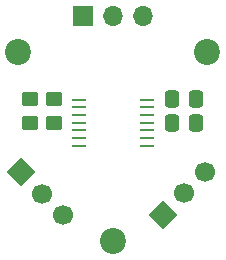
<source format=gbr>
%TF.GenerationSoftware,KiCad,Pcbnew,8.0.8*%
%TF.CreationDate,2025-03-13T11:30:44-04:00*%
%TF.ProjectId,Anemosens Sensor,416e656d-6f73-4656-9e73-2053656e736f,rev?*%
%TF.SameCoordinates,Original*%
%TF.FileFunction,Soldermask,Top*%
%TF.FilePolarity,Negative*%
%FSLAX46Y46*%
G04 Gerber Fmt 4.6, Leading zero omitted, Abs format (unit mm)*
G04 Created by KiCad (PCBNEW 8.0.8) date 2025-03-13 11:30:44*
%MOMM*%
%LPD*%
G01*
G04 APERTURE LIST*
G04 Aperture macros list*
%AMRoundRect*
0 Rectangle with rounded corners*
0 $1 Rounding radius*
0 $2 $3 $4 $5 $6 $7 $8 $9 X,Y pos of 4 corners*
0 Add a 4 corners polygon primitive as box body*
4,1,4,$2,$3,$4,$5,$6,$7,$8,$9,$2,$3,0*
0 Add four circle primitives for the rounded corners*
1,1,$1+$1,$2,$3*
1,1,$1+$1,$4,$5*
1,1,$1+$1,$6,$7*
1,1,$1+$1,$8,$9*
0 Add four rect primitives between the rounded corners*
20,1,$1+$1,$2,$3,$4,$5,0*
20,1,$1+$1,$4,$5,$6,$7,0*
20,1,$1+$1,$6,$7,$8,$9,0*
20,1,$1+$1,$8,$9,$2,$3,0*%
%AMHorizOval*
0 Thick line with rounded ends*
0 $1 width*
0 $2 $3 position (X,Y) of the first rounded end (center of the circle)*
0 $4 $5 position (X,Y) of the second rounded end (center of the circle)*
0 Add line between two ends*
20,1,$1,$2,$3,$4,$5,0*
0 Add two circle primitives to create the rounded ends*
1,1,$1,$2,$3*
1,1,$1,$4,$5*%
%AMRotRect*
0 Rectangle, with rotation*
0 The origin of the aperture is its center*
0 $1 length*
0 $2 width*
0 $3 Rotation angle, in degrees counterclockwise*
0 Add horizontal line*
21,1,$1,$2,0,0,$3*%
G04 Aperture macros list end*
%ADD10C,2.200000*%
%ADD11RoundRect,0.250000X0.337500X0.475000X-0.337500X0.475000X-0.337500X-0.475000X0.337500X-0.475000X0*%
%ADD12R,1.308100X0.254000*%
%ADD13RotRect,1.700000X1.700000X135.000000*%
%ADD14HorizOval,1.700000X0.000000X0.000000X0.000000X0.000000X0*%
%ADD15RotRect,1.700000X1.700000X45.000000*%
%ADD16HorizOval,1.700000X0.000000X0.000000X0.000000X0.000000X0*%
%ADD17RoundRect,0.250000X0.450000X-0.350000X0.450000X0.350000X-0.450000X0.350000X-0.450000X-0.350000X0*%
%ADD18R,1.700000X1.700000*%
%ADD19O,1.700000X1.700000*%
G04 APERTURE END LIST*
D10*
%TO.C,REF\u002A\u002A*%
X128000000Y-87000000D03*
%TD*%
D11*
%TO.C,C2*%
X143075000Y-91000000D03*
X141000000Y-91000000D03*
%TD*%
%TO.C,C1*%
X143075000Y-93060000D03*
X141000000Y-93060000D03*
%TD*%
D12*
%TO.C,Q1*%
X133098050Y-91049999D03*
X133098050Y-91700000D03*
X133098050Y-92350001D03*
X133098050Y-93000000D03*
X133098050Y-93649999D03*
X133098050Y-94300000D03*
X133098050Y-94949999D03*
X138901950Y-94950001D03*
X138901950Y-94300000D03*
X138901950Y-93650001D03*
X138901950Y-93000000D03*
X138901950Y-92350001D03*
X138901950Y-91700000D03*
X138901950Y-91050001D03*
%TD*%
D13*
%TO.C,J2*%
X140214555Y-100785445D03*
D14*
X142010606Y-98989394D03*
X143806657Y-97193343D03*
%TD*%
D15*
%TO.C,J1*%
X128203949Y-97203949D03*
D16*
X130000000Y-99000000D03*
X131796051Y-100796051D03*
%TD*%
D17*
%TO.C,R1*%
X129000000Y-93000000D03*
X129000000Y-91000000D03*
%TD*%
%TO.C,R2*%
X131000000Y-93000000D03*
X131000000Y-91000000D03*
%TD*%
D18*
%TO.C,J3*%
X133475000Y-84000000D03*
D19*
X136015000Y-84000000D03*
X138555000Y-84000000D03*
%TD*%
D10*
%TO.C,REF\u002A\u002A*%
X144000000Y-87000000D03*
%TD*%
%TO.C,REF\u002A\u002A*%
X136000000Y-103000000D03*
%TD*%
M02*

</source>
